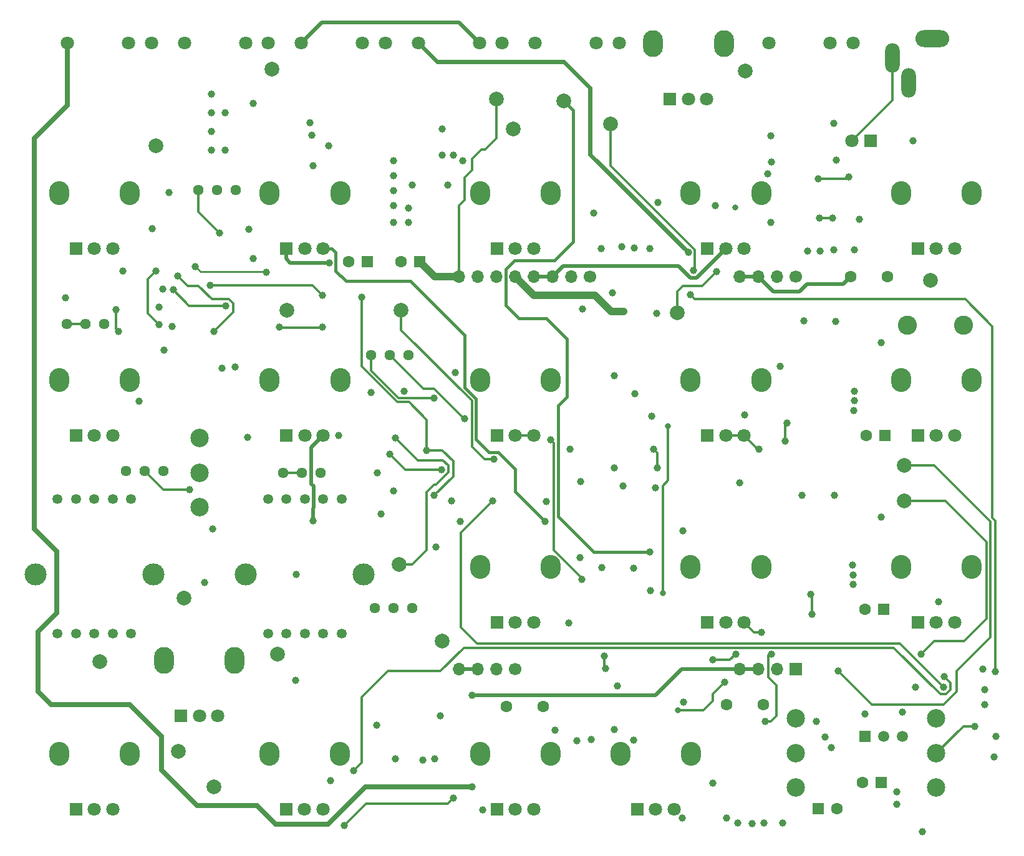
<source format=gtl>
G04 #@! TF.GenerationSoftware,KiCad,Pcbnew,6.0.5+dfsg-1~bpo11+1*
G04 #@! TF.CreationDate,2022-08-28T15:58:27+00:00*
G04 #@! TF.ProjectId,micro_pico,6d696372-6f5f-4706-9963-6f2e6b696361,0.1*
G04 #@! TF.SameCoordinates,Original*
G04 #@! TF.FileFunction,Copper,L1,Top*
G04 #@! TF.FilePolarity,Positive*
%FSLAX46Y46*%
G04 Gerber Fmt 4.6, Leading zero omitted, Abs format (unit mm)*
G04 Created by KiCad (PCBNEW 6.0.5+dfsg-1~bpo11+1) date 2022-08-28 15:58:27*
%MOMM*%
%LPD*%
G01*
G04 APERTURE LIST*
G04 #@! TA.AperFunction,ComponentPad*
%ADD10C,2.500000*%
G04 #@! TD*
G04 #@! TA.AperFunction,ComponentPad*
%ADD11O,4.600000X2.300000*%
G04 #@! TD*
G04 #@! TA.AperFunction,ComponentPad*
%ADD12O,2.000000X4.000000*%
G04 #@! TD*
G04 #@! TA.AperFunction,ComponentPad*
%ADD13O,2.720000X3.240000*%
G04 #@! TD*
G04 #@! TA.AperFunction,ComponentPad*
%ADD14R,1.800000X1.800000*%
G04 #@! TD*
G04 #@! TA.AperFunction,ComponentPad*
%ADD15C,1.800000*%
G04 #@! TD*
G04 #@! TA.AperFunction,ComponentPad*
%ADD16C,3.000000*%
G04 #@! TD*
G04 #@! TA.AperFunction,ComponentPad*
%ADD17C,1.350000*%
G04 #@! TD*
G04 #@! TA.AperFunction,ComponentPad*
%ADD18O,2.720000X3.640000*%
G04 #@! TD*
G04 #@! TA.AperFunction,ComponentPad*
%ADD19C,2.000000*%
G04 #@! TD*
G04 #@! TA.AperFunction,ComponentPad*
%ADD20R,1.700000X1.700000*%
G04 #@! TD*
G04 #@! TA.AperFunction,ComponentPad*
%ADD21O,1.700000X1.700000*%
G04 #@! TD*
G04 #@! TA.AperFunction,ComponentPad*
%ADD22C,1.700000*%
G04 #@! TD*
G04 #@! TA.AperFunction,ComponentPad*
%ADD23R,1.600000X1.600000*%
G04 #@! TD*
G04 #@! TA.AperFunction,ComponentPad*
%ADD24C,1.600000*%
G04 #@! TD*
G04 #@! TA.AperFunction,ComponentPad*
%ADD25C,1.440000*%
G04 #@! TD*
G04 #@! TA.AperFunction,ComponentPad*
%ADD26C,2.600000*%
G04 #@! TD*
G04 #@! TA.AperFunction,ComponentPad*
%ADD27R,1.500000X1.500000*%
G04 #@! TD*
G04 #@! TA.AperFunction,ComponentPad*
%ADD28C,1.500000*%
G04 #@! TD*
G04 #@! TA.AperFunction,ViaPad*
%ADD29C,1.000000*%
G04 #@! TD*
G04 #@! TA.AperFunction,ViaPad*
%ADD30C,0.800000*%
G04 #@! TD*
G04 #@! TA.AperFunction,Conductor*
%ADD31C,0.400000*%
G04 #@! TD*
G04 #@! TA.AperFunction,Conductor*
%ADD32C,0.500000*%
G04 #@! TD*
G04 #@! TA.AperFunction,Conductor*
%ADD33C,0.300000*%
G04 #@! TD*
G04 #@! TA.AperFunction,Conductor*
%ADD34C,1.000000*%
G04 #@! TD*
G04 #@! TA.AperFunction,Conductor*
%ADD35C,0.700000*%
G04 #@! TD*
G04 #@! TA.AperFunction,Conductor*
%ADD36C,0.600000*%
G04 #@! TD*
G04 #@! TA.AperFunction,Conductor*
%ADD37C,0.250000*%
G04 #@! TD*
G04 APERTURE END LIST*
D10*
X179070000Y-136780000D03*
X179070000Y-132080000D03*
X179070000Y-127380000D03*
D11*
X197584000Y-34955000D03*
D12*
X192184000Y-37575000D03*
X194334000Y-40975000D03*
D13*
X107595000Y-56010000D03*
X117195000Y-56010000D03*
D14*
X109895000Y-63510000D03*
D15*
X112395000Y-63510000D03*
X114895000Y-63510000D03*
D13*
X88620000Y-56010000D03*
X79020000Y-56010000D03*
D14*
X81320000Y-63510000D03*
D15*
X83820000Y-63510000D03*
X86320000Y-63510000D03*
X123320000Y-35560000D03*
X120220000Y-35560000D03*
X111920000Y-35560000D03*
D16*
X91820000Y-107780000D03*
X75820000Y-107780000D03*
D17*
X78820000Y-97530000D03*
X81320000Y-97530000D03*
X83820000Y-97530000D03*
X86320000Y-97530000D03*
X88820000Y-97530000D03*
X88820000Y-115830000D03*
X86320000Y-115830000D03*
X83820000Y-115830000D03*
X81320000Y-115830000D03*
X78820000Y-115830000D03*
D13*
X164745000Y-106800000D03*
X174345000Y-106800000D03*
D14*
X167045000Y-114300000D03*
D15*
X169545000Y-114300000D03*
X172045000Y-114300000D03*
D13*
X193320000Y-56010000D03*
X202920000Y-56010000D03*
D14*
X195620000Y-63510000D03*
D15*
X198120000Y-63510000D03*
X200620000Y-63510000D03*
D13*
X145770000Y-56010000D03*
X136170000Y-56010000D03*
D14*
X138470000Y-63510000D03*
D15*
X140970000Y-63510000D03*
X143470000Y-63510000D03*
D13*
X164820000Y-132210000D03*
X155220000Y-132210000D03*
D14*
X157520000Y-139710000D03*
D15*
X160020000Y-139710000D03*
X162520000Y-139710000D03*
D18*
X102867500Y-119510000D03*
X93267500Y-119510000D03*
D14*
X95567500Y-127010000D03*
D15*
X98067500Y-127010000D03*
X100567500Y-127010000D03*
D13*
X145770000Y-81400000D03*
X136170000Y-81400000D03*
D14*
X138470000Y-88900000D03*
D15*
X140970000Y-88900000D03*
X143470000Y-88900000D03*
D14*
X189230000Y-48895000D03*
D15*
X186690000Y-48895000D03*
D13*
X193320000Y-81400000D03*
X202920000Y-81400000D03*
D14*
X195620000Y-88900000D03*
D15*
X198120000Y-88900000D03*
X200620000Y-88900000D03*
X186820000Y-35560000D03*
X183720000Y-35560000D03*
X175420000Y-35560000D03*
D13*
X174345000Y-81400000D03*
X164745000Y-81400000D03*
D14*
X167045000Y-88900000D03*
D15*
X169545000Y-88900000D03*
X172045000Y-88900000D03*
D13*
X145770000Y-106800000D03*
X136170000Y-106800000D03*
D14*
X138470000Y-114300000D03*
D15*
X140970000Y-114300000D03*
X143470000Y-114300000D03*
D13*
X136170000Y-132210000D03*
X145770000Y-132210000D03*
D14*
X138470000Y-139710000D03*
D15*
X140970000Y-139710000D03*
X143470000Y-139710000D03*
D13*
X88620000Y-132200000D03*
X79020000Y-132200000D03*
D14*
X81320000Y-139700000D03*
D15*
X83820000Y-139700000D03*
X86320000Y-139700000D03*
D13*
X202920000Y-106810000D03*
X193320000Y-106810000D03*
D14*
X195620000Y-114310000D03*
D15*
X198120000Y-114310000D03*
X200620000Y-114310000D03*
D10*
X198120000Y-136780000D03*
X198120000Y-132080000D03*
X198120000Y-127380000D03*
D15*
X155070000Y-35560000D03*
X151970000Y-35560000D03*
X143670000Y-35560000D03*
X91570000Y-35560000D03*
X88470000Y-35560000D03*
X80170000Y-35560000D03*
D18*
X159665000Y-35680000D03*
X169265000Y-35680000D03*
D14*
X161965000Y-43180000D03*
D15*
X164465000Y-43180000D03*
X166965000Y-43180000D03*
D10*
X98107500Y-98680000D03*
X98107500Y-93980000D03*
X98107500Y-89280000D03*
D16*
X120395000Y-107780000D03*
X104395000Y-107780000D03*
D17*
X107395000Y-97530000D03*
X109895000Y-97530000D03*
X112395000Y-97530000D03*
X114895000Y-97530000D03*
X117395000Y-97530000D03*
X117395000Y-115830000D03*
X114895000Y-115830000D03*
X112395000Y-115830000D03*
X109895000Y-115830000D03*
X107395000Y-115830000D03*
D15*
X139195000Y-35560000D03*
X136095000Y-35560000D03*
X127795000Y-35560000D03*
D13*
X117155000Y-132200000D03*
X107555000Y-132200000D03*
D14*
X109855000Y-139700000D03*
D15*
X112355000Y-139700000D03*
X114855000Y-139700000D03*
X107445000Y-35560000D03*
X104345000Y-35560000D03*
X96045000Y-35560000D03*
D13*
X107595000Y-81410000D03*
X117195000Y-81410000D03*
D14*
X109895000Y-88910000D03*
D15*
X112395000Y-88910000D03*
X114895000Y-88910000D03*
D13*
X164745000Y-56010000D03*
X174345000Y-56010000D03*
D14*
X167045000Y-63510000D03*
D15*
X169545000Y-63510000D03*
X172045000Y-63510000D03*
D13*
X88620000Y-81410000D03*
X79020000Y-81410000D03*
D14*
X81320000Y-88910000D03*
D15*
X83820000Y-88910000D03*
X86320000Y-88910000D03*
D19*
X140716000Y-47244000D03*
D20*
X179070000Y-120650000D03*
D21*
X176530000Y-120650000D03*
X173990000Y-120650000D03*
X171450000Y-120650000D03*
D22*
X140970000Y-120650000D03*
D21*
X138430000Y-120650000D03*
X135890000Y-120650000D03*
X133350000Y-120650000D03*
X133350000Y-67310000D03*
X135890000Y-67310000D03*
X138430000Y-67310000D03*
X140970000Y-67310000D03*
X143510000Y-67310000D03*
X146050000Y-67310000D03*
X148590000Y-67310000D03*
D22*
X151130000Y-67310000D03*
D21*
X171450000Y-67310000D03*
X173990000Y-67310000D03*
X176530000Y-67310000D03*
D22*
X179070000Y-67310000D03*
D19*
X108712000Y-118618000D03*
D23*
X127976000Y-65278000D03*
D24*
X125476000Y-65278000D03*
D25*
X85150800Y-73787000D03*
X82610800Y-73787000D03*
X80070800Y-73787000D03*
D23*
X190971180Y-112572800D03*
D24*
X188471180Y-112572800D03*
D19*
X138430000Y-43180000D03*
X125476000Y-71882000D03*
X197358000Y-67818000D03*
D24*
X186465200Y-67360800D03*
X191465200Y-67360800D03*
D19*
X96012000Y-110998000D03*
X100076000Y-136652000D03*
X107950000Y-39116000D03*
X84582000Y-119634000D03*
D26*
X194183000Y-73914000D03*
X201803000Y-73914000D03*
D23*
X182104021Y-139598400D03*
D24*
X184604021Y-139598400D03*
X144740000Y-125730000D03*
X139740000Y-125730000D03*
D19*
X131064000Y-116840000D03*
X162941000Y-72263000D03*
X92202000Y-49530000D03*
X147574000Y-43434000D03*
X172212000Y-39370000D03*
D27*
X188468000Y-129794000D03*
D28*
X191008000Y-129794000D03*
X193548000Y-129794000D03*
D23*
X190615580Y-136093200D03*
D24*
X188115580Y-136093200D03*
D19*
X153924000Y-46558200D03*
D25*
X126492000Y-77978000D03*
X123952000Y-77978000D03*
X121412000Y-77978000D03*
D19*
X193802000Y-92964000D03*
D23*
X120864000Y-65278000D03*
D24*
X118364000Y-65278000D03*
D19*
X95250000Y-131826000D03*
D23*
X191135000Y-88900000D03*
D24*
X188635000Y-88900000D03*
D25*
X93218000Y-93726000D03*
X90678000Y-93726000D03*
X88138000Y-93726000D03*
X103007000Y-55549800D03*
X100467000Y-55549800D03*
X97927000Y-55549800D03*
X114554000Y-93980000D03*
X112014000Y-93980000D03*
X109474000Y-93980000D03*
D19*
X193802000Y-97790000D03*
D24*
X169661200Y-125476000D03*
X174661200Y-125476000D03*
D19*
X109982000Y-71882000D03*
X125222000Y-106426000D03*
D25*
X126933800Y-112395000D03*
X124393800Y-112395000D03*
X121853800Y-112395000D03*
D29*
X168148000Y-57658000D03*
X92608400Y-73863200D03*
X105396000Y-43829000D03*
X92136600Y-66562600D03*
X93980000Y-55880000D03*
X145034000Y-100584000D03*
X113512600Y-100507800D03*
X203327000Y-128422400D03*
X132842000Y-80331838D03*
X174752000Y-141599300D03*
X188468000Y-126746000D03*
X93243400Y-77317600D03*
X130048000Y-132842000D03*
X94386400Y-74066400D03*
X99695000Y-42545000D03*
X124460000Y-51562000D03*
X79857600Y-70180200D03*
X171450000Y-95377000D03*
X150048798Y-71765998D03*
X157048200Y-130327400D03*
X149733000Y-105537000D03*
X133858000Y-51562000D03*
X186994800Y-84175600D03*
X159512000Y-86283800D03*
X157200600Y-83261200D03*
X175615600Y-48158400D03*
X148248380Y-114427000D03*
X121386600Y-83083400D03*
X126492000Y-59944000D03*
X160167623Y-72346502D03*
X102920800Y-79603600D03*
X101600000Y-50165000D03*
X157036780Y-106934000D03*
X131064000Y-47244000D03*
X151638000Y-58674000D03*
X186830980Y-107848400D03*
X124714000Y-132842000D03*
X122732800Y-99618800D03*
X111099600Y-122148600D03*
X124460000Y-59944000D03*
X184290980Y-97053400D03*
X184505600Y-51511200D03*
X176911000Y-79552800D03*
X98780600Y-108915200D03*
X122245188Y-94035812D03*
X192750000Y-139050000D03*
X131826000Y-54864000D03*
X169661699Y-140888100D03*
X190677800Y-99999800D03*
X154787600Y-122961400D03*
X204724000Y-123444000D03*
X126492000Y-58048997D03*
X186791600Y-109118400D03*
X148412200Y-90754200D03*
X104796612Y-60862188D03*
X115904500Y-135813800D03*
X187655200Y-59563000D03*
X195294934Y-123159886D03*
X130149600Y-104089200D03*
X159258000Y-63500000D03*
X167741600Y-136169400D03*
X175689008Y-59963700D03*
X131064000Y-50800000D03*
X172135800Y-86106000D03*
X146354800Y-128930400D03*
X89902800Y-84251800D03*
X116965417Y-88875500D03*
X184454800Y-73380600D03*
X149809200Y-95148400D03*
X186766200Y-106502200D03*
X113106200Y-46405800D03*
X99898200Y-101574600D03*
X87692500Y-66573400D03*
X124460000Y-96469200D03*
X206248000Y-129794000D03*
X124460000Y-55626000D03*
X124460000Y-57658000D03*
X159348180Y-109956600D03*
X190652400Y-76327000D03*
X92583000Y-71475600D03*
X130810000Y-127000000D03*
X152654000Y-63500000D03*
X193548000Y-126492000D03*
X127000000Y-54864000D03*
X160008580Y-95986600D03*
X187020200Y-82905600D03*
X91694000Y-60782200D03*
X132588000Y-50800000D03*
X122174000Y-128270000D03*
X111252000Y-107823000D03*
X187025227Y-63688424D03*
X163703000Y-101854000D03*
X204724000Y-125476000D03*
X177241200Y-141579600D03*
X163779200Y-125120400D03*
X204470000Y-120650000D03*
X136550400Y-139776200D03*
X154406600Y-128854200D03*
X160297789Y-57252000D03*
X186918600Y-85547200D03*
X99695000Y-47625000D03*
X181826900Y-127771766D03*
X163626800Y-140888100D03*
X184200800Y-46532800D03*
X180644800Y-63830200D03*
X113360200Y-48107600D03*
X115595400Y-49580800D03*
X99695000Y-45085000D03*
X194945000Y-48895000D03*
X99695000Y-50165000D03*
X113538000Y-52247800D03*
X205994000Y-132588000D03*
X175717200Y-51765200D03*
X133527800Y-100558600D03*
X124460000Y-53594000D03*
X192786000Y-137351000D03*
X101600000Y-45085000D03*
X184220500Y-63708881D03*
X101168200Y-79756000D03*
X151307800Y-130200400D03*
X196238087Y-142794900D03*
X173075600Y-141681200D03*
X128422400Y-132994400D03*
X157099000Y-63398400D03*
X132283200Y-97790000D03*
X182298600Y-59385200D03*
X183997600Y-59334400D03*
X155707700Y-72047436D03*
X155606100Y-95758000D03*
X183845200Y-131318000D03*
X135128000Y-124206000D03*
X149326600Y-130403600D03*
X182374715Y-63858315D03*
X180162200Y-73329800D03*
X198450200Y-111531400D03*
X154406600Y-80772000D03*
X154152600Y-69545200D03*
X154406600Y-93294200D03*
X171172462Y-141599300D03*
X179908200Y-97002600D03*
X155422600Y-63220600D03*
X152679400Y-106883200D03*
X183032400Y-129895600D03*
X153060400Y-118849400D03*
X153202416Y-120615162D03*
X145796000Y-89535000D03*
X149987000Y-108458000D03*
X114808000Y-74168000D03*
X108945500Y-74144441D03*
X137871200Y-97840800D03*
X199110600Y-123113800D03*
X96774000Y-96266000D03*
X134112000Y-86614000D03*
X138083312Y-92127001D03*
X135128000Y-136652000D03*
X95148400Y-67259200D03*
X117729000Y-141909800D03*
X132588000Y-138176000D03*
X100050600Y-74752200D03*
X124714000Y-89255600D03*
X168275000Y-66675000D03*
X175768000Y-118618000D03*
X174853600Y-127787400D03*
X196088000Y-118618000D03*
X165134312Y-66513688D03*
X170910921Y-118603900D03*
X167741600Y-119430800D03*
X159258000Y-104775000D03*
X119049800Y-134467600D03*
X199212200Y-121691400D03*
X128955800Y-90906600D03*
X99517200Y-68478400D03*
X120091200Y-70154800D03*
X129921000Y-97078800D03*
X114808000Y-69850000D03*
X164439600Y-64008000D03*
X206146400Y-121031000D03*
X164744400Y-69799200D03*
D30*
X163068000Y-126238000D03*
D29*
X184816100Y-120954800D03*
X169392600Y-122428000D03*
X107182343Y-66739032D03*
X97523900Y-65938400D03*
X87125788Y-74755988D03*
X86766400Y-71831200D03*
X101648334Y-71291025D03*
X94529200Y-69128000D03*
X130990637Y-93563187D03*
X123952000Y-91465400D03*
X186232800Y-53760500D03*
X182067200Y-54051200D03*
X100812600Y-61391800D03*
X129940700Y-83834636D03*
X177822363Y-87220799D03*
X177597680Y-89668695D03*
X174090251Y-90773374D03*
X181279800Y-113182400D03*
X181102000Y-110540800D03*
X93065600Y-69037200D03*
X105384600Y-64897000D03*
X125857000Y-82931000D03*
X159702500Y-90741500D03*
X160274000Y-93345000D03*
X115686500Y-65430400D03*
X145200500Y-97884891D03*
X175260000Y-53340000D03*
X104648000Y-89154000D03*
D30*
X170815000Y-57912000D03*
D29*
X174419454Y-115640970D03*
D30*
X160985200Y-110337600D03*
X161696400Y-87630000D03*
D31*
X138684000Y-91186000D02*
X137414000Y-91186000D01*
D32*
X113284000Y-90521000D02*
X114895000Y-88910000D01*
D31*
X126746000Y-67945000D02*
X117983000Y-67945000D01*
D33*
X203327000Y-128422400D02*
X201777600Y-128422400D01*
D31*
X117983000Y-67945000D02*
X116586000Y-66548000D01*
D32*
X113284000Y-95504000D02*
X113284000Y-90521000D01*
D31*
X134112000Y-75311000D02*
X126746000Y-67945000D01*
X116088000Y-63510000D02*
X114895000Y-63510000D01*
D32*
X113512600Y-98780600D02*
X113563400Y-98729800D01*
D31*
X145034000Y-100584000D02*
X140970000Y-96520000D01*
X116586000Y-64008000D02*
X116088000Y-63510000D01*
D32*
X113512600Y-100507800D02*
X113512600Y-98780600D01*
D31*
X137414000Y-91186000D02*
X135636000Y-89408000D01*
X116586000Y-66548000D02*
X116586000Y-64008000D01*
X134112000Y-82423000D02*
X134112000Y-75311000D01*
X135636000Y-83947000D02*
X134112000Y-82423000D01*
D33*
X201777600Y-128422400D02*
X198120000Y-132080000D01*
D32*
X113563400Y-98729800D02*
X113563400Y-95783400D01*
D33*
X91059000Y-67640200D02*
X92136600Y-66562600D01*
X91059000Y-72313800D02*
X91059000Y-67640200D01*
D32*
X113563400Y-95783400D02*
X113284000Y-95504000D01*
D31*
X135636000Y-89408000D02*
X135636000Y-83947000D01*
D33*
X92608400Y-73863200D02*
X91059000Y-72313800D01*
D31*
X140970000Y-93472000D02*
X138684000Y-91186000D01*
X140970000Y-96520000D02*
X140970000Y-93472000D01*
D34*
X151765000Y-69824600D02*
X143484600Y-69824600D01*
X153987836Y-72047436D02*
X151765000Y-69824600D01*
D33*
X183946800Y-59385200D02*
X182298600Y-59385200D01*
D34*
X155707700Y-72047436D02*
X153987836Y-72047436D01*
D33*
X183997600Y-59334400D02*
X183946800Y-59385200D01*
D34*
X143484600Y-69824600D02*
X140970000Y-67310000D01*
D32*
X163576000Y-120650000D02*
X160020000Y-124206000D01*
X163576000Y-120650000D02*
X173990000Y-120650000D01*
X171450000Y-120650000D02*
X163576000Y-120650000D01*
X160020000Y-124206000D02*
X135128000Y-124206000D01*
D34*
X130008000Y-67310000D02*
X127976000Y-65278000D01*
D33*
X138430000Y-48514000D02*
X136906000Y-50038000D01*
X135128000Y-51308000D02*
X135128000Y-52832000D01*
X136398000Y-50038000D02*
X135128000Y-51308000D01*
X136906000Y-50038000D02*
X136398000Y-50038000D01*
D34*
X133350000Y-67310000D02*
X130008000Y-67310000D01*
D33*
X133350000Y-57658000D02*
X133350000Y-67310000D01*
X134112000Y-53848000D02*
X134112000Y-56896000D01*
X134112000Y-56896000D02*
X133350000Y-57658000D01*
X138430000Y-43180000D02*
X138430000Y-48514000D01*
X135128000Y-52832000D02*
X134112000Y-53848000D01*
D32*
X171450000Y-67310000D02*
X173990000Y-67310000D01*
X180594000Y-68326000D02*
X179578000Y-69342000D01*
X185500000Y-68326000D02*
X180594000Y-68326000D01*
X176022000Y-69342000D02*
X173990000Y-67310000D01*
X179578000Y-69342000D02*
X176022000Y-69342000D01*
X186465200Y-67360800D02*
X185500000Y-68326000D01*
X133350000Y-120650000D02*
X135890000Y-120650000D01*
D33*
X153060400Y-118849400D02*
X153060400Y-120473146D01*
X153060400Y-120473146D02*
X153202416Y-120615162D01*
X146177000Y-104528695D02*
X149987000Y-108338695D01*
X149987000Y-108338695D02*
X149987000Y-108458000D01*
X146177000Y-89916000D02*
X146177000Y-104528695D01*
X145796000Y-89535000D02*
X146177000Y-89916000D01*
X193150099Y-117153299D02*
X135746099Y-117153299D01*
X135746099Y-117153299D02*
X133553200Y-114960400D01*
X114681000Y-74295000D02*
X114808000Y-74168000D01*
X199110600Y-123113800D02*
X193150099Y-117153299D01*
X133553200Y-114960400D02*
X133553200Y-102158800D01*
X108945500Y-74144441D02*
X109096059Y-74295000D01*
X109096059Y-74295000D02*
X114681000Y-74295000D01*
X133553200Y-102158800D02*
X137871200Y-97840800D01*
X93218000Y-96266000D02*
X90678000Y-93726000D01*
X96774000Y-96266000D02*
X93218000Y-96266000D01*
D32*
X111920000Y-35560000D02*
X114714000Y-32766000D01*
X114714000Y-32766000D02*
X133301000Y-32766000D01*
X133301000Y-32766000D02*
X136095000Y-35560000D01*
D33*
X123952000Y-77978000D02*
X128524000Y-82550000D01*
X133985000Y-86614000D02*
X134112000Y-86614000D01*
X129921000Y-82550000D02*
X133985000Y-86614000D01*
X128524000Y-82550000D02*
X129921000Y-82550000D01*
X135086499Y-84174611D02*
X125476000Y-74564112D01*
X135086499Y-90427611D02*
X135086499Y-84174611D01*
X138083312Y-92127001D02*
X136785889Y-92127001D01*
X136785889Y-92127001D02*
X135086499Y-90427611D01*
X125476000Y-74564112D02*
X125476000Y-71882000D01*
D35*
X75692000Y-101600000D02*
X78740000Y-104648000D01*
X97790000Y-139192000D02*
X105918000Y-139192000D01*
X75692000Y-48514000D02*
X75692000Y-101600000D01*
X80170000Y-35560000D02*
X80170000Y-44036000D01*
X78740000Y-113030000D02*
X76200000Y-115570000D01*
X120650000Y-136652000D02*
X135128000Y-136652000D01*
X92964000Y-129794000D02*
X92964000Y-134366000D01*
X88646000Y-125476000D02*
X92964000Y-129794000D01*
X105918000Y-139192000D02*
X108458000Y-141732000D01*
X108458000Y-141732000D02*
X115570000Y-141732000D01*
X115570000Y-141732000D02*
X120650000Y-136652000D01*
X76200000Y-123698000D02*
X77978000Y-125476000D01*
X92964000Y-134366000D02*
X97790000Y-139192000D01*
X76200000Y-115570000D02*
X76200000Y-123698000D01*
X78740000Y-104648000D02*
X78740000Y-113030000D01*
X77978000Y-125476000D02*
X88646000Y-125476000D01*
X80170000Y-44036000D02*
X75692000Y-48514000D01*
D33*
X117729000Y-141909800D02*
X120700800Y-138938000D01*
X102692200Y-70967600D02*
X102692200Y-72110600D01*
X131826000Y-138938000D02*
X132588000Y-138176000D01*
X102108000Y-70383400D02*
X102692200Y-70967600D01*
X97967800Y-68580000D02*
X99771200Y-70383400D01*
X120700800Y-138938000D02*
X131826000Y-138938000D01*
X96469200Y-68580000D02*
X97967800Y-68580000D01*
X99771200Y-70383400D02*
X102108000Y-70383400D01*
X95148400Y-67259200D02*
X96469200Y-68580000D01*
X102692200Y-72110600D02*
X100050600Y-74752200D01*
X124714000Y-89255600D02*
X127736600Y-92278200D01*
X131851400Y-93014800D02*
X131851400Y-93903800D01*
X131114800Y-92278200D02*
X131851400Y-93014800D01*
X127000000Y-106426000D02*
X125222000Y-106426000D01*
X128930400Y-104495600D02*
X127000000Y-106426000D01*
X127736600Y-92278200D02*
X131114800Y-92278200D01*
X130149600Y-95605600D02*
X129971800Y-95605600D01*
X128930400Y-96647000D02*
X128930400Y-104495600D01*
X131851400Y-93903800D02*
X130149600Y-95605600D01*
X129971800Y-95605600D02*
X128930400Y-96647000D01*
X163703000Y-68580000D02*
X166243000Y-68580000D01*
X162941000Y-72263000D02*
X162941000Y-69342000D01*
X166370000Y-68580000D02*
X168275000Y-66675000D01*
X166243000Y-68580000D02*
X166370000Y-68580000D01*
X162941000Y-69342000D02*
X163703000Y-68580000D01*
X199390000Y-97790000D02*
X193802000Y-97790000D01*
X175514000Y-118618000D02*
X175768000Y-118618000D01*
X204978000Y-113792000D02*
X204978000Y-103378000D01*
X196088000Y-118618000D02*
X197866000Y-116840000D01*
X175666400Y-127787400D02*
X174853600Y-127787400D01*
X175330000Y-121761400D02*
X175330000Y-118802000D01*
X176453800Y-122885200D02*
X175330000Y-121761400D01*
X176453800Y-122885200D02*
X176453800Y-127000000D01*
X175330000Y-118802000D02*
X175514000Y-118618000D01*
X201930000Y-116840000D02*
X204978000Y-113792000D01*
X204978000Y-103378000D02*
X199390000Y-97790000D01*
X197866000Y-116840000D02*
X201930000Y-116840000D01*
X176453800Y-127000000D02*
X175666400Y-127787400D01*
X165354000Y-63721025D02*
X165354000Y-66294000D01*
X153924000Y-46558200D02*
X153924000Y-52291025D01*
X153924000Y-52291025D02*
X165354000Y-63721025D01*
X165354000Y-66294000D02*
X165134312Y-66513688D01*
X167741600Y-119430800D02*
X170084021Y-119430800D01*
X170084021Y-119430800D02*
X170910921Y-118603900D01*
D31*
X148844000Y-44704000D02*
X147574000Y-43434000D01*
X147955000Y-83693000D02*
X147955000Y-75819000D01*
X145161000Y-73025000D02*
X141478000Y-73025000D01*
X148844000Y-62611000D02*
X148844000Y-44704000D01*
X139700000Y-71247000D02*
X139700000Y-66294000D01*
X146812000Y-84836000D02*
X147955000Y-83693000D01*
X146304000Y-65151000D02*
X148844000Y-62611000D01*
X139700000Y-66294000D02*
X140843000Y-65151000D01*
X140843000Y-65151000D02*
X146304000Y-65151000D01*
X146812000Y-99949000D02*
X146812000Y-84836000D01*
X147955000Y-75819000D02*
X145161000Y-73025000D01*
X151638000Y-104775000D02*
X146812000Y-99949000D01*
X159258000Y-104775000D02*
X151638000Y-104775000D01*
X141478000Y-73025000D02*
X139700000Y-71247000D01*
D33*
X200075800Y-122555000D02*
X200075800Y-123444000D01*
X120116600Y-133400800D02*
X119049800Y-134467600D01*
X120116600Y-124485400D02*
X120116600Y-133400800D01*
X198653400Y-124053600D02*
X192354200Y-117754400D01*
X199212200Y-121691400D02*
X200075800Y-122555000D01*
X130810000Y-120904000D02*
X123698000Y-120904000D01*
X123698000Y-120904000D02*
X120116600Y-124485400D01*
X133959600Y-117754400D02*
X130810000Y-120904000D01*
X200075800Y-123444000D02*
X199466200Y-124053600D01*
X192354200Y-117754400D02*
X133959600Y-117754400D01*
X199466200Y-124053600D02*
X198653400Y-124053600D01*
X113436400Y-68478400D02*
X114808000Y-69850000D01*
X120091200Y-79497201D02*
X124928136Y-84334137D01*
X131038600Y-90906600D02*
X128955800Y-90906600D01*
X126523537Y-84334137D02*
X128955800Y-86766400D01*
X99517200Y-68478400D02*
X113436400Y-68478400D01*
X128955800Y-86766400D02*
X128955800Y-90906600D01*
X124928136Y-84334137D02*
X126523537Y-84334137D01*
X132537200Y-94462600D02*
X132537200Y-92405200D01*
X132537200Y-92405200D02*
X131038600Y-90906600D01*
X120091200Y-70154800D02*
X120091200Y-79497201D01*
X129921000Y-97078800D02*
X132537200Y-94462600D01*
D36*
X130335000Y-38100000D02*
X147574000Y-38100000D01*
X147574000Y-38100000D02*
X151130000Y-41656000D01*
X151130000Y-41656000D02*
X151130000Y-50698400D01*
X151130000Y-50698400D02*
X164439600Y-64008000D01*
X127795000Y-35560000D02*
X130335000Y-38100000D01*
D33*
X206146400Y-121031000D02*
X206146400Y-100537998D01*
X165354000Y-70408800D02*
X164744400Y-69799200D01*
X205740000Y-100131598D02*
X205740000Y-74066400D01*
X205740000Y-74066400D02*
X202082400Y-70408800D01*
X206146400Y-100537998D02*
X205740000Y-100131598D01*
X202082400Y-70408800D02*
X165354000Y-70408800D01*
D32*
X169545000Y-63510000D02*
X165591812Y-67463188D01*
X164741016Y-67463188D02*
X163155328Y-65877500D01*
X143510000Y-67310000D02*
X146050000Y-67310000D01*
X165591812Y-67463188D02*
X164741016Y-67463188D01*
X163155328Y-65877500D02*
X147482500Y-65877500D01*
X147482500Y-65877500D02*
X146050000Y-67310000D01*
D33*
X169392600Y-122428000D02*
X167792400Y-124028200D01*
X200914000Y-120904000D02*
X200914000Y-123698000D01*
X205486000Y-116332000D02*
X200914000Y-120904000D01*
X200914000Y-123698000D02*
X199136000Y-125476000D01*
X205486000Y-100584000D02*
X205486000Y-116332000D01*
X197866000Y-92964000D02*
X205486000Y-100584000D01*
X189337300Y-125476000D02*
X184816100Y-120954800D01*
X199136000Y-125476000D02*
X189337300Y-125476000D01*
X167792400Y-124993400D02*
X166547800Y-126238000D01*
X166547800Y-126238000D02*
X163068000Y-126238000D01*
X167792400Y-124028200D02*
X167792400Y-124993400D01*
X193802000Y-92964000D02*
X197866000Y-92964000D01*
D37*
X107118311Y-66675000D02*
X98260500Y-66675000D01*
X98260500Y-66675000D02*
X97523900Y-65938400D01*
X107182343Y-66739032D02*
X107118311Y-66675000D01*
D33*
X86766400Y-74396600D02*
X87125788Y-74755988D01*
X86766400Y-71831200D02*
X86766400Y-74396600D01*
X96692225Y-71291025D02*
X101648334Y-71291025D01*
X94529200Y-69128000D02*
X96692225Y-71291025D01*
X126049787Y-93563187D02*
X130990637Y-93563187D01*
X123952000Y-91465400D02*
X126049787Y-93563187D01*
X182067200Y-54051200D02*
X185942100Y-54051200D01*
X185942100Y-54051200D02*
X186232800Y-53760500D01*
X100812600Y-61391800D02*
X97927000Y-58506200D01*
X97927000Y-58506200D02*
X97927000Y-55549800D01*
X121412000Y-77978000D02*
X121412000Y-80111600D01*
X121412000Y-80111600D02*
X125135036Y-83834636D01*
X125135036Y-83834636D02*
X129940700Y-83834636D01*
X177822363Y-87220799D02*
X177597680Y-87445482D01*
X140970000Y-88900000D02*
X143470000Y-88900000D01*
X177597680Y-87445482D02*
X177597680Y-89668695D01*
X172045000Y-88900000D02*
X173918374Y-90773374D01*
X173918374Y-90773374D02*
X174090251Y-90773374D01*
X169545000Y-88900000D02*
X172045000Y-88900000D01*
X186690000Y-48895000D02*
X192184000Y-43401000D01*
X192184000Y-43401000D02*
X192184000Y-37575000D01*
X181279800Y-113182400D02*
X181279800Y-110718600D01*
X181279800Y-110718600D02*
X181102000Y-110540800D01*
X82610800Y-73787000D02*
X80070800Y-73787000D01*
X109474000Y-93980000D02*
X112014000Y-93980000D01*
X160274000Y-91313000D02*
X159702500Y-90741500D01*
X160274000Y-93345000D02*
X160274000Y-91313000D01*
D32*
X109895000Y-64910000D02*
X110415400Y-65430400D01*
X110415400Y-65430400D02*
X115686500Y-65430400D01*
X109895000Y-63510000D02*
X109895000Y-64910000D01*
D33*
X172045000Y-114300000D02*
X173385970Y-115640970D01*
X173385970Y-115640970D02*
X174419454Y-115640970D01*
X160985200Y-95732600D02*
X161696400Y-95021400D01*
X161696400Y-95021400D02*
X161696400Y-87630000D01*
X160985200Y-110337600D02*
X160985200Y-95732600D01*
M02*

</source>
